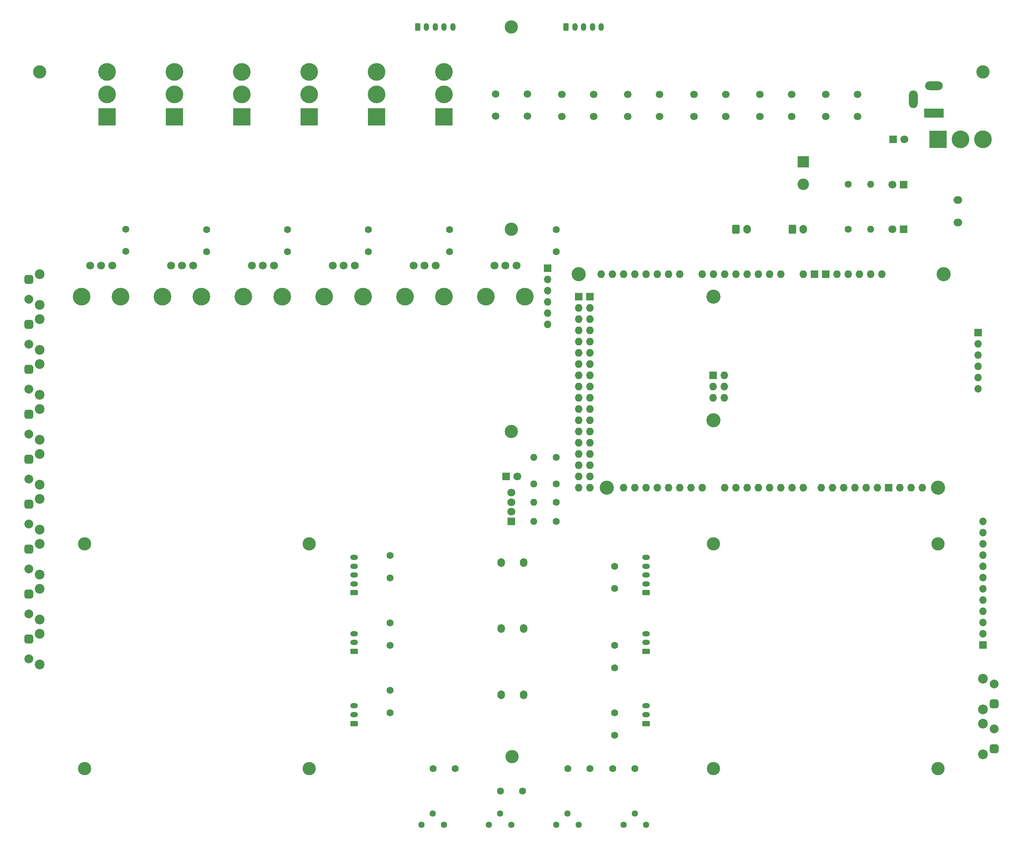
<source format=gbr>
%TF.GenerationSoftware,KiCad,Pcbnew,(7.0.0-0)*%
%TF.CreationDate,2024-04-12T14:05:13+02:00*%
%TF.ProjectId,universalRobotTx,756e6976-6572-4736-916c-526f626f7454,rev?*%
%TF.SameCoordinates,Original*%
%TF.FileFunction,Soldermask,Top*%
%TF.FilePolarity,Negative*%
%FSLAX46Y46*%
G04 Gerber Fmt 4.6, Leading zero omitted, Abs format (unit mm)*
G04 Created by KiCad (PCBNEW (7.0.0-0)) date 2024-04-12 14:05:13*
%MOMM*%
%LPD*%
G01*
G04 APERTURE LIST*
G04 Aperture macros list*
%AMRoundRect*
0 Rectangle with rounded corners*
0 $1 Rounding radius*
0 $2 $3 $4 $5 $6 $7 $8 $9 X,Y pos of 4 corners*
0 Add a 4 corners polygon primitive as box body*
4,1,4,$2,$3,$4,$5,$6,$7,$8,$9,$2,$3,0*
0 Add four circle primitives for the rounded corners*
1,1,$1+$1,$2,$3*
1,1,$1+$1,$4,$5*
1,1,$1+$1,$6,$7*
1,1,$1+$1,$8,$9*
0 Add four rect primitives between the rounded corners*
20,1,$1+$1,$2,$3,$4,$5,0*
20,1,$1+$1,$4,$5,$6,$7,0*
20,1,$1+$1,$6,$7,$8,$9,0*
20,1,$1+$1,$8,$9,$2,$3,0*%
G04 Aperture macros list end*
%ADD10RoundRect,0.250000X-0.600000X-0.750000X0.600000X-0.750000X0.600000X0.750000X-0.600000X0.750000X0*%
%ADD11O,1.700000X2.000000*%
%ADD12C,1.600000*%
%ADD13O,1.600000X1.600000*%
%ADD14C,1.700000*%
%ADD15R,1.800000X1.800000*%
%ADD16C,1.800000*%
%ADD17C,3.000000*%
%ADD18C,2.200000*%
%ADD19RoundRect,0.500000X0.500000X0.500000X-0.500000X0.500000X-0.500000X-0.500000X0.500000X-0.500000X0*%
%ADD20C,2.000000*%
%ADD21R,2.600000X2.600000*%
%ADD22C,2.600000*%
%ADD23C,1.440000*%
%ADD24R,4.000000X4.000000*%
%ADD25C,4.000000*%
%ADD26RoundRect,0.250000X0.625000X-0.350000X0.625000X0.350000X-0.625000X0.350000X-0.625000X-0.350000X0*%
%ADD27O,1.750000X1.200000*%
%ADD28R,1.700000X1.700000*%
%ADD29O,1.700000X1.700000*%
%ADD30RoundRect,0.500000X-0.500000X-0.500000X0.500000X-0.500000X0.500000X0.500000X-0.500000X0.500000X0*%
%ADD31R,4.500000X2.000000*%
%ADD32O,4.000000X2.000000*%
%ADD33O,2.000000X4.000000*%
%ADD34RoundRect,0.250000X-0.350000X-0.625000X0.350000X-0.625000X0.350000X0.625000X-0.350000X0.625000X0*%
%ADD35O,1.200000X1.750000*%
%ADD36O,2.000000X1.700000*%
%ADD37C,3.200000*%
%ADD38O,1.727200X1.727200*%
%ADD39R,1.727200X1.727200*%
G04 APERTURE END LIST*
D10*
%TO.C,J15*%
X-76200000Y-40640000D03*
D11*
X-73699999Y-40639999D03*
%TD*%
D12*
%TO.C,R3*%
X-116840000Y-102409283D03*
D13*
X-121919999Y-102409282D03*
%TD*%
D14*
%TO.C,SW2*%
X-55880000Y-10160000D03*
X-48680000Y-10160000D03*
X-55880000Y-15160000D03*
X-48680000Y-15160000D03*
%TD*%
D15*
%TO.C,D3*%
X-38278344Y-30571325D03*
D16*
X-40818345Y-30571326D03*
%TD*%
D17*
%TO.C,H14*%
X-30480000Y-111760000D03*
%TD*%
D12*
%TO.C,R1*%
X-50800000Y-30480000D03*
D13*
X-45719999Y-30479999D03*
%TD*%
D18*
%TO.C,SW21*%
X-233680000Y-101600000D03*
X-233680000Y-108600000D03*
D19*
X-236180000Y-102850000D03*
D20*
X-236180000Y-107350000D03*
%TD*%
D21*
%TO.C,J3*%
X-60959999Y-25399999D03*
D22*
X-60960000Y-30480000D03*
%TD*%
D15*
%TO.C,D2*%
X-126999999Y-106679999D03*
D16*
X-127000000Y-104521000D03*
X-127000000Y-102362000D03*
X-127000000Y-100203000D03*
%TD*%
D23*
%TO.C,RV11*%
X-101600000Y-175260000D03*
X-99060000Y-172720000D03*
X-96520000Y-175260000D03*
%TD*%
D11*
%TO.C,SW3*%
X-129308353Y-116045185D03*
X-124228353Y-116045185D03*
%TD*%
D14*
%TO.C,SW11*%
X-130579332Y-10123047D03*
X-123379332Y-10123047D03*
X-130579332Y-15123047D03*
X-123379332Y-15123047D03*
%TD*%
D24*
%TO.C,SW1*%
X-218439999Y-15239999D03*
D25*
X-218440000Y-10160000D03*
X-218440000Y-5080000D03*
%TD*%
D12*
%TO.C,C3*%
X-103703118Y-116840000D03*
X-103703118Y-121840000D03*
%TD*%
D17*
%TO.C,H8*%
X-81280000Y-162560000D03*
%TD*%
D12*
%TO.C,R5*%
X-50800000Y-40640000D03*
D13*
X-45719999Y-40639999D03*
%TD*%
D15*
%TO.C,D4*%
X-38308868Y-40639999D03*
D16*
X-40848869Y-40640000D03*
%TD*%
D17*
%TO.C,H13*%
X-172720000Y-162560000D03*
%TD*%
D14*
%TO.C,SW8*%
X-85759734Y-10160000D03*
X-78559734Y-10160000D03*
X-85759734Y-15160000D03*
X-78559734Y-15160000D03*
%TD*%
D26*
%TO.C,J7*%
X-96520000Y-152400000D03*
D27*
X-96519999Y-150399999D03*
X-96519999Y-148399999D03*
%TD*%
D17*
%TO.C,H10*%
X-172720000Y-111760000D03*
%TD*%
D25*
%TO.C,RV6*%
X-123952000Y-55880000D03*
X-132752000Y-55880000D03*
D16*
X-130852000Y-48880000D03*
X-128352000Y-48880000D03*
X-125852000Y-48880000D03*
%TD*%
D18*
%TO.C,SW26*%
X-233680000Y-60960000D03*
X-233680000Y-67960000D03*
D19*
X-236180000Y-62210000D03*
D20*
X-236180000Y-66710000D03*
%TD*%
D11*
%TO.C,SW4*%
X-129330604Y-130906375D03*
X-124250604Y-130906375D03*
%TD*%
D26*
%TO.C,J2*%
X-96520000Y-122840000D03*
D27*
X-96519999Y-120839999D03*
X-96519999Y-118839999D03*
X-96519999Y-116839999D03*
X-96519999Y-114839999D03*
%TD*%
D26*
%TO.C,J9*%
X-162560000Y-136080000D03*
D27*
X-162559999Y-134079999D03*
X-162559999Y-132079999D03*
%TD*%
D23*
%TO.C,RV7*%
X-147320000Y-175260000D03*
X-144780000Y-172720000D03*
X-142240000Y-175260000D03*
%TD*%
D14*
%TO.C,SW10*%
X-115639466Y-10160000D03*
X-108439466Y-10160000D03*
X-115639466Y-15160000D03*
X-108439466Y-15160000D03*
%TD*%
D10*
%TO.C,J11*%
X-63460000Y-40640000D03*
D11*
X-60959999Y-40639999D03*
%TD*%
D28*
%TO.C,J14*%
X-21492353Y-64080078D03*
D29*
X-21492353Y-66620078D03*
X-21492353Y-69160078D03*
X-21492353Y-71700078D03*
X-21492353Y-74240078D03*
X-21492353Y-76780078D03*
%TD*%
D15*
%TO.C,D5*%
X-40639999Y-20319999D03*
D16*
X-38100000Y-20320000D03*
%TD*%
D18*
%TO.C,SW28*%
X-20320000Y-149240000D03*
X-20320000Y-142240000D03*
D30*
X-17820000Y-147990000D03*
D20*
X-17820000Y-143490000D03*
%TD*%
D17*
%TO.C,H3*%
X-127000000Y-40640000D03*
%TD*%
D18*
%TO.C,SW20*%
X-233680000Y-111760000D03*
X-233680000Y-118760000D03*
D19*
X-236180000Y-113010000D03*
D20*
X-236180000Y-117510000D03*
%TD*%
D25*
%TO.C,RV3*%
X-178816000Y-55880000D03*
X-187616000Y-55880000D03*
D16*
X-185716000Y-48880000D03*
X-183216000Y-48880000D03*
X-180716000Y-48880000D03*
%TD*%
D31*
%TO.C,J12*%
X-31406933Y-14459640D03*
D32*
X-31406933Y-8259640D03*
D33*
X-36106933Y-11259640D03*
%TD*%
D17*
%TO.C,H7*%
X-223520000Y-162560000D03*
%TD*%
D23*
%TO.C,RV12*%
X-116840000Y-175260000D03*
X-114300000Y-172720000D03*
X-111760000Y-175260000D03*
%TD*%
%TO.C,RV13*%
X-132080000Y-175260000D03*
X-129540000Y-172720000D03*
X-127000000Y-175260000D03*
%TD*%
D12*
%TO.C,C17*%
X-104100000Y-162560000D03*
X-99100000Y-162560000D03*
%TD*%
%TO.C,C2*%
X-103703118Y-134781657D03*
X-103703118Y-139781657D03*
%TD*%
D18*
%TO.C,SW22*%
X-233680000Y-81280000D03*
X-233680000Y-88280000D03*
D19*
X-236180000Y-82530000D03*
D20*
X-236180000Y-87030000D03*
%TD*%
D12*
%TO.C,C12*%
X-116840000Y-45720000D03*
X-116840000Y-40720000D03*
%TD*%
D26*
%TO.C,J1*%
X-162560000Y-122840000D03*
D27*
X-162559999Y-120839999D03*
X-162559999Y-118839999D03*
X-162559999Y-116839999D03*
X-162559999Y-114839999D03*
%TD*%
D14*
%TO.C,SW9*%
X-70819868Y-10160000D03*
X-63619868Y-10160000D03*
X-70819868Y-15160000D03*
X-63619868Y-15160000D03*
%TD*%
D24*
%TO.C,SW15*%
X-157479999Y-15239999D03*
D25*
X-157480000Y-10160000D03*
X-157480000Y-5080000D03*
%TD*%
D12*
%TO.C,C5*%
X-154503118Y-129701657D03*
X-154503118Y-134701657D03*
%TD*%
D24*
%TO.C,SW17*%
X-172719999Y-15239999D03*
D25*
X-172720000Y-10160000D03*
X-172720000Y-5080000D03*
%TD*%
D24*
%TO.C,SW13*%
X-187959999Y-15239999D03*
D25*
X-187960000Y-10160000D03*
X-187960000Y-5080000D03*
%TD*%
D12*
%TO.C,C8*%
X-195936020Y-45720000D03*
X-195936020Y-40720000D03*
%TD*%
D17*
%TO.C,H15*%
X-20320000Y-5080000D03*
%TD*%
D12*
%TO.C,C18*%
X-114260000Y-162560000D03*
X-109260000Y-162560000D03*
%TD*%
D25*
%TO.C,RV4*%
X-160528000Y-55880000D03*
X-169328000Y-55880000D03*
D16*
X-167428000Y-48880000D03*
X-164928000Y-48880000D03*
X-162428000Y-48880000D03*
%TD*%
D18*
%TO.C,SW18*%
X-233680000Y-132080000D03*
X-233680000Y-139080000D03*
D19*
X-236180000Y-133330000D03*
D20*
X-236180000Y-137830000D03*
%TD*%
D18*
%TO.C,SW19*%
X-233680000Y-121920000D03*
X-233680000Y-128920000D03*
D19*
X-236180000Y-123170000D03*
D20*
X-236180000Y-127670000D03*
%TD*%
D12*
%TO.C,C7*%
X-214234683Y-45649417D03*
X-214234683Y-40649417D03*
%TD*%
%TO.C,C19*%
X-129500000Y-167640000D03*
X-124500000Y-167640000D03*
%TD*%
D18*
%TO.C,SW27*%
X-20320000Y-159400000D03*
X-20320000Y-152400000D03*
D30*
X-17820000Y-158150000D03*
D20*
X-17820000Y-153650000D03*
%TD*%
D24*
%TO.C,SW7*%
X-30479999Y-20319999D03*
D25*
X-25400000Y-20320000D03*
X-20320000Y-20320000D03*
%TD*%
D12*
%TO.C,C13*%
X-144740000Y-162560000D03*
X-139740000Y-162560000D03*
%TD*%
D18*
%TO.C,SW25*%
X-233680000Y-50800000D03*
X-233680000Y-57800000D03*
D19*
X-236180000Y-52050000D03*
D20*
X-236180000Y-56550000D03*
%TD*%
D12*
%TO.C,C4*%
X-154503118Y-144941657D03*
X-154503118Y-149941657D03*
%TD*%
%TO.C,C6*%
X-154503118Y-114461657D03*
X-154503118Y-119461657D03*
%TD*%
D26*
%TO.C,J8*%
X-162560000Y-152400000D03*
D27*
X-162559999Y-150399999D03*
X-162559999Y-148399999D03*
%TD*%
D17*
%TO.C,H16*%
X-127000000Y5080000D03*
%TD*%
D34*
%TO.C,J4*%
X-148240000Y5080000D03*
D35*
X-146239999Y5079999D03*
X-144239999Y5079999D03*
X-142239999Y5079999D03*
X-140239999Y5079999D03*
%TD*%
D18*
%TO.C,SW23*%
X-233680000Y-91440000D03*
X-233680000Y-98440000D03*
D19*
X-236180000Y-92690000D03*
D20*
X-236180000Y-97190000D03*
%TD*%
D18*
%TO.C,SW24*%
X-233680000Y-71120000D03*
X-233680000Y-78120000D03*
D19*
X-236180000Y-72370000D03*
D20*
X-236180000Y-76870000D03*
%TD*%
D12*
%TO.C,R4*%
X-116838788Y-98260332D03*
D13*
X-121918787Y-98260331D03*
%TD*%
D36*
%TO.C,SW6*%
X-26053186Y-34075981D03*
X-26053186Y-39155981D03*
%TD*%
D17*
%TO.C,H5*%
X-81280000Y-111760000D03*
%TD*%
D11*
%TO.C,SW5*%
X-129308353Y-145945185D03*
X-124228353Y-145945185D03*
%TD*%
D15*
%TO.C,D1*%
X-128194297Y-96519999D03*
D16*
X-125654298Y-96520000D03*
%TD*%
D17*
%TO.C,H1*%
X-127000000Y-86360000D03*
%TD*%
D28*
%TO.C,J10*%
X-118816091Y-49492301D03*
D29*
X-118816091Y-52032301D03*
X-118816091Y-54572301D03*
X-118816091Y-57112301D03*
X-118816091Y-59652301D03*
X-118816091Y-62192301D03*
%TD*%
D25*
%TO.C,RV1*%
X-215392000Y-55880000D03*
X-224192000Y-55880000D03*
D16*
X-222292000Y-48880000D03*
X-219792000Y-48880000D03*
X-217292000Y-48880000D03*
%TD*%
D12*
%TO.C,C11*%
X-141040028Y-45735024D03*
X-141040028Y-40735024D03*
%TD*%
%TO.C,R2*%
X-116840000Y-106680000D03*
D13*
X-121919999Y-106679999D03*
%TD*%
D12*
%TO.C,C1*%
X-103703118Y-150021657D03*
X-103703118Y-155021657D03*
%TD*%
D34*
%TO.C,J5*%
X-114680000Y5080000D03*
D35*
X-112679999Y5079999D03*
X-110679999Y5079999D03*
X-108679999Y5079999D03*
X-106679999Y5079999D03*
%TD*%
D17*
%TO.C,H2*%
X-126853531Y-159885931D03*
%TD*%
%TO.C,H11*%
X-30480000Y-162560000D03*
%TD*%
%TO.C,H6*%
X-233680000Y-5080000D03*
%TD*%
D24*
%TO.C,SW14*%
X-203199999Y-15239999D03*
D25*
X-203200000Y-10160000D03*
X-203200000Y-5080000D03*
%TD*%
D37*
%TO.C,A1*%
X-29210000Y-50800000D03*
X-30480000Y-99060000D03*
D38*
X-43179999Y-50799999D03*
D37*
X-81280000Y-83820000D03*
X-81280000Y-55880000D03*
X-105410000Y-99060000D03*
X-111760000Y-50800000D03*
D38*
X-50799999Y-50799999D03*
X-53339999Y-50799999D03*
X-81406999Y-78739999D03*
X-109219999Y-99059999D03*
X-111759999Y-99059999D03*
X-66039999Y-50799999D03*
X-68579999Y-50799999D03*
X-71119999Y-50799999D03*
X-73659999Y-50799999D03*
X-76199999Y-50799999D03*
X-78739999Y-50799999D03*
X-81279999Y-50799999D03*
X-83819999Y-50799999D03*
X-88899999Y-50799999D03*
X-91439999Y-50799999D03*
X-93979999Y-50799999D03*
X-96519999Y-50799999D03*
X-99059999Y-50799999D03*
X-101599999Y-50799999D03*
X-104139999Y-50799999D03*
X-106679999Y-50799999D03*
X-39115999Y-99059999D03*
X-78739999Y-99059999D03*
X-76199999Y-99059999D03*
X-73659999Y-99059999D03*
X-71119999Y-99059999D03*
X-68579999Y-99059999D03*
X-66039999Y-99059999D03*
X-63499999Y-99059999D03*
X-60959999Y-99059999D03*
X-56895999Y-99059999D03*
X-54355999Y-99059999D03*
X-51815999Y-99059999D03*
X-49275999Y-99059999D03*
X-46735999Y-99059999D03*
X-44195999Y-99059999D03*
X-83819999Y-99059999D03*
X-86359999Y-99059999D03*
X-88899999Y-99059999D03*
X-91439999Y-99059999D03*
X-93979999Y-99059999D03*
X-96519999Y-99059999D03*
X-99059999Y-99059999D03*
X-101599999Y-99059999D03*
X-109219999Y-96519999D03*
X-111759999Y-96519999D03*
X-109219999Y-93979999D03*
X-111759999Y-93979999D03*
X-109219999Y-91439999D03*
X-111759999Y-91439999D03*
X-109219999Y-88899999D03*
X-111759999Y-88899999D03*
X-109219999Y-86359999D03*
X-111759999Y-86359999D03*
X-109219999Y-83819999D03*
X-111759999Y-83819999D03*
X-109219999Y-81279999D03*
X-111759999Y-81279999D03*
X-109219999Y-78739999D03*
X-111759999Y-78739999D03*
X-109219999Y-76199999D03*
X-111759999Y-76199999D03*
X-109219999Y-73659999D03*
X-111759999Y-73659999D03*
X-109219999Y-71119999D03*
X-111759999Y-71119999D03*
X-109219999Y-68579999D03*
X-111759999Y-68579999D03*
X-109219999Y-66039999D03*
X-111759999Y-66039999D03*
X-109219999Y-63499999D03*
X-111759999Y-63499999D03*
X-109219999Y-60959999D03*
X-111759999Y-60959999D03*
X-109219999Y-58419999D03*
X-111759999Y-58419999D03*
D39*
X-41655999Y-99059999D03*
X-55879999Y-50799999D03*
X-58419999Y-50799999D03*
X-81406999Y-73659999D03*
X-109219999Y-55879999D03*
X-111759999Y-55879999D03*
D38*
X-45719999Y-50799999D03*
X-78866999Y-78739999D03*
X-81406999Y-76199999D03*
X-48259999Y-50799999D03*
X-78866999Y-73659999D03*
X-78866999Y-76199999D03*
X-34035999Y-99059999D03*
X-36575999Y-99059999D03*
X-60959999Y-50799999D03*
%TD*%
D12*
%TO.C,R6*%
X-116840000Y-92249283D03*
D13*
X-121919999Y-92249282D03*
%TD*%
D14*
%TO.C,SW12*%
X-100699600Y-10160000D03*
X-93499600Y-10160000D03*
X-100699600Y-15160000D03*
X-93499600Y-15160000D03*
%TD*%
D25*
%TO.C,RV5*%
X-142240000Y-55880000D03*
X-151040000Y-55880000D03*
D16*
X-149140000Y-48880000D03*
X-146640000Y-48880000D03*
X-144140000Y-48880000D03*
%TD*%
D17*
%TO.C,H4*%
X-223520000Y-111760000D03*
%TD*%
D12*
%TO.C,C10*%
X-159338694Y-45720000D03*
X-159338694Y-40720000D03*
%TD*%
D28*
%TO.C,J13*%
X-20319999Y-134619999D03*
D29*
X-20319999Y-132079999D03*
X-20319999Y-129539999D03*
X-20319999Y-126999999D03*
X-20319999Y-124459999D03*
X-20319999Y-121919999D03*
X-20319999Y-119379999D03*
X-20319999Y-116839999D03*
X-20319999Y-114299999D03*
X-20319999Y-111759999D03*
X-20319999Y-109219999D03*
X-20319999Y-106679999D03*
%TD*%
D26*
%TO.C,J6*%
X-96520000Y-136080000D03*
D27*
X-96519999Y-134079999D03*
X-96519999Y-132079999D03*
%TD*%
D12*
%TO.C,C9*%
X-177637357Y-45720000D03*
X-177637357Y-40720000D03*
%TD*%
D24*
%TO.C,SW16*%
X-142239999Y-15239999D03*
D25*
X-142240000Y-10160000D03*
X-142240000Y-5080000D03*
%TD*%
%TO.C,RV2*%
X-197104000Y-55880000D03*
X-205904000Y-55880000D03*
D16*
X-204004000Y-48880000D03*
X-201504000Y-48880000D03*
X-199004000Y-48880000D03*
%TD*%
M02*

</source>
